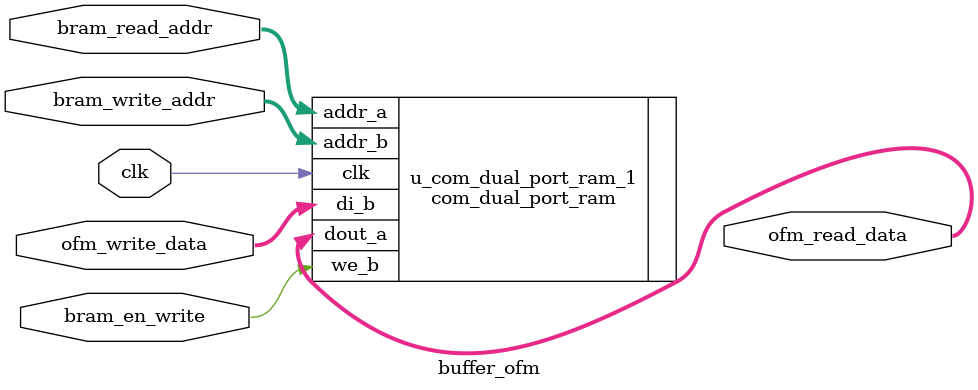
<source format=v>
module buffer_ofm #(
    parameter WIDTH = 18,
    parameter DEPTH = 1000
)(
	input clk,
	input [15:0] bram_write_addr,
	input bram_en_write,
	
	input [15:0] bram_read_addr,
	input [7:0] ofm_write_data,
	output [7:0] ofm_read_data
);
	com_dual_port_ram 
	#(
		.WIDTH(WIDTH),
		.DEPTH(DEPTH)
	)	
	u_com_dual_port_ram_1
	(
		.clk(clk),
		.addr_a(bram_read_addr),
		.dout_a(ofm_read_data),
		
		.we_b(bram_en_write),
		.addr_b(bram_write_addr),
		.di_b(ofm_write_data)
	);
endmodule
</source>
